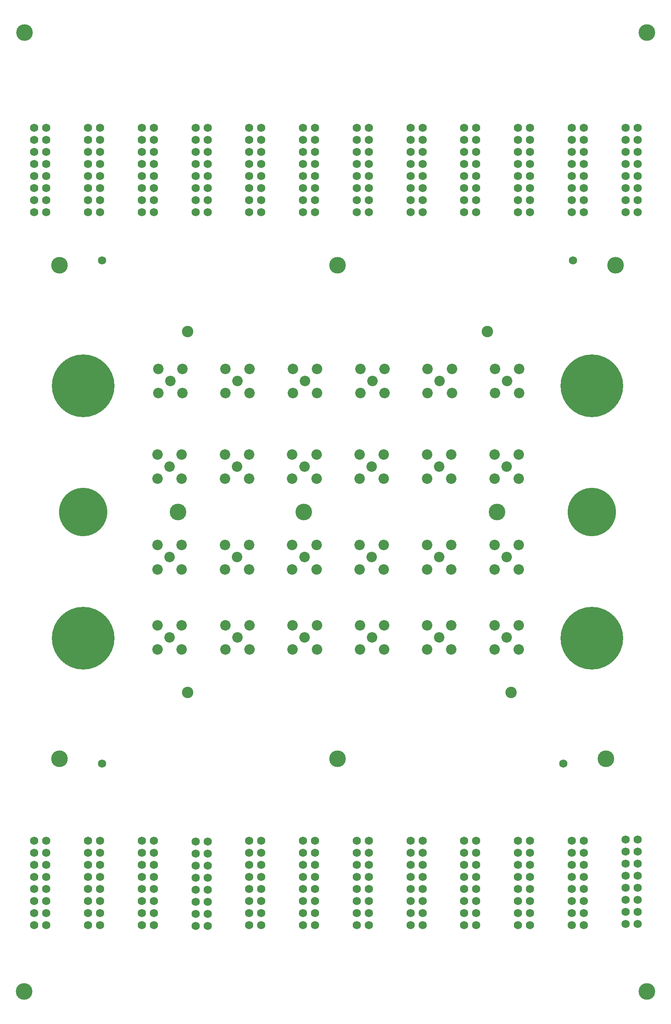
<source format=gbs>
G04*
G04 #@! TF.GenerationSoftware,Altium Limited,Altium Designer,23.7.1 (13)*
G04*
G04 Layer_Color=16711935*
%FSLAX44Y44*%
%MOMM*%
G71*
G04*
G04 #@! TF.SameCoordinates,18148A51-D3F6-497A-8191-E25F5C0AB562*
G04*
G04*
G04 #@! TF.FilePolarity,Negative*
G04*
G01*
G75*
%ADD14C,2.2032*%
%ADD15C,1.7272*%
%ADD16C,13.2032*%
%ADD17C,2.4032*%
%ADD18C,3.5032*%
%ADD19C,1.7532*%
%ADD20C,2.4032*%
%ADD21C,13.2049*%
%ADD22C,10.2032*%
%ADD23C,3.5032*%
D14*
X446188Y1160965D02*
D03*
Y1109965D02*
D03*
X497188D02*
D03*
Y1160965D02*
D03*
X471688Y1135465D02*
D03*
X1015402Y1340966D02*
D03*
Y1289966D02*
D03*
X1066402D02*
D03*
Y1340966D02*
D03*
X1040902Y1315466D02*
D03*
X923146Y919042D02*
D03*
Y970041D02*
D03*
X872146D02*
D03*
Y919042D02*
D03*
X897646Y944541D02*
D03*
X589444Y1340966D02*
D03*
Y1289966D02*
D03*
X640444D02*
D03*
Y1340966D02*
D03*
X614944Y1315466D02*
D03*
X497188Y919042D02*
D03*
Y970041D02*
D03*
X446188D02*
D03*
Y919042D02*
D03*
X471688Y944541D02*
D03*
X1014132Y1160965D02*
D03*
Y1109965D02*
D03*
X1065132D02*
D03*
Y1160965D02*
D03*
X1039632Y1135465D02*
D03*
X923400Y749962D02*
D03*
Y800962D02*
D03*
X872400D02*
D03*
Y749962D02*
D03*
X897900Y775462D02*
D03*
X588174Y1160965D02*
D03*
Y1109965D02*
D03*
X639174D02*
D03*
Y1160965D02*
D03*
X613674Y1135465D02*
D03*
X498204Y749962D02*
D03*
Y800962D02*
D03*
X447204D02*
D03*
Y749962D02*
D03*
X472704Y775462D02*
D03*
X1065132Y919042D02*
D03*
Y970041D02*
D03*
X1014132D02*
D03*
Y919042D02*
D03*
X1039632Y944541D02*
D03*
X781668Y749962D02*
D03*
Y800962D02*
D03*
X730668D02*
D03*
Y749962D02*
D03*
X756168Y775462D02*
D03*
X639174Y919042D02*
D03*
Y970041D02*
D03*
X588174D02*
D03*
Y919042D02*
D03*
X613674Y944541D02*
D03*
X305472Y1340966D02*
D03*
Y1289966D02*
D03*
X356472D02*
D03*
Y1340966D02*
D03*
X330972Y1315466D02*
D03*
X1065132Y749962D02*
D03*
Y800962D02*
D03*
X1014132D02*
D03*
Y749962D02*
D03*
X1039632Y775462D02*
D03*
X639936Y749962D02*
D03*
Y800962D02*
D03*
X588936D02*
D03*
Y749962D02*
D03*
X614436Y775462D02*
D03*
X781160Y919042D02*
D03*
Y970041D02*
D03*
X730160D02*
D03*
Y919042D02*
D03*
X755660Y944541D02*
D03*
X304202Y1160965D02*
D03*
Y1109965D02*
D03*
X355202D02*
D03*
Y1160965D02*
D03*
X329702Y1135465D02*
D03*
X873416Y1340966D02*
D03*
Y1289966D02*
D03*
X924416D02*
D03*
Y1340966D02*
D03*
X898916Y1315466D02*
D03*
X447458Y1340966D02*
D03*
Y1289966D02*
D03*
X498458D02*
D03*
Y1340966D02*
D03*
X472958Y1315466D02*
D03*
X730160Y1160965D02*
D03*
Y1109965D02*
D03*
X781160D02*
D03*
Y1160965D02*
D03*
X755660Y1135465D02*
D03*
X355202Y919042D02*
D03*
Y970041D02*
D03*
X304202D02*
D03*
Y919042D02*
D03*
X329702Y944541D02*
D03*
X872146Y1160965D02*
D03*
Y1109965D02*
D03*
X923146D02*
D03*
Y1160965D02*
D03*
X897646Y1135465D02*
D03*
X731430Y1340966D02*
D03*
Y1289966D02*
D03*
X782430D02*
D03*
Y1340966D02*
D03*
X756930Y1315466D02*
D03*
X355202Y749962D02*
D03*
Y800962D02*
D03*
X304202D02*
D03*
Y749962D02*
D03*
X329702Y775462D02*
D03*
D15*
X183120Y1849117D02*
D03*
X157720D02*
D03*
X183120Y1823717D02*
D03*
X157720D02*
D03*
X183120Y1798318D02*
D03*
X157720D02*
D03*
X183120Y1772917D02*
D03*
X157720D02*
D03*
X183120Y1747518D02*
D03*
X157720D02*
D03*
X183120Y1722117D02*
D03*
X157720D02*
D03*
X183120Y1696718D02*
D03*
X157720D02*
D03*
X183120Y1671317D02*
D03*
X157720D02*
D03*
X1315720Y1849117D02*
D03*
X1290320D02*
D03*
X1315720Y1823717D02*
D03*
X1290320D02*
D03*
X1315720Y1798318D02*
D03*
X1290320D02*
D03*
X1315720Y1772917D02*
D03*
X1290320D02*
D03*
X1315720Y1747518D02*
D03*
X1290320D02*
D03*
X1315720Y1722117D02*
D03*
X1290320D02*
D03*
X1315720Y1696718D02*
D03*
X1290320D02*
D03*
X1315720Y1671317D02*
D03*
X1290320D02*
D03*
X1089200Y347215D02*
D03*
X1063800D02*
D03*
X1089200Y321815D02*
D03*
X1063800D02*
D03*
X1089200Y296416D02*
D03*
X1063800D02*
D03*
X1089200Y271015D02*
D03*
X1063800D02*
D03*
X1089200Y245616D02*
D03*
X1063800D02*
D03*
X1089200Y220215D02*
D03*
X1063800D02*
D03*
X1089200Y194816D02*
D03*
X1063800D02*
D03*
X1089200Y169415D02*
D03*
X1063800D02*
D03*
X636160Y1849117D02*
D03*
X610760D02*
D03*
X636160Y1823717D02*
D03*
X610760D02*
D03*
X636160Y1798318D02*
D03*
X610760D02*
D03*
X636160Y1772917D02*
D03*
X610760D02*
D03*
X636160Y1747518D02*
D03*
X610760D02*
D03*
X636160Y1722117D02*
D03*
X610760D02*
D03*
X636160Y1696718D02*
D03*
X610760D02*
D03*
X636160Y1671317D02*
D03*
X610760D02*
D03*
X409640Y345440D02*
D03*
X384240D02*
D03*
X409640Y320040D02*
D03*
X384240D02*
D03*
X409640Y294640D02*
D03*
X384240D02*
D03*
X409640Y269240D02*
D03*
X384240D02*
D03*
X409640Y243840D02*
D03*
X384240D02*
D03*
X409640Y218440D02*
D03*
X384240D02*
D03*
X409640Y193040D02*
D03*
X384240D02*
D03*
X409640Y167640D02*
D03*
X384240D02*
D03*
X1202460Y1849117D02*
D03*
X1177060D02*
D03*
X1202460Y1823717D02*
D03*
X1177060D02*
D03*
X1202460Y1798318D02*
D03*
X1177060D02*
D03*
X1202460Y1772917D02*
D03*
X1177060D02*
D03*
X1202460Y1747518D02*
D03*
X1177060D02*
D03*
X1202460Y1722117D02*
D03*
X1177060D02*
D03*
X1202460Y1696718D02*
D03*
X1177060D02*
D03*
X1202460Y1671317D02*
D03*
X1177060D02*
D03*
X975940Y347215D02*
D03*
X950540D02*
D03*
X975940Y321815D02*
D03*
X950540D02*
D03*
X975940Y296416D02*
D03*
X950540D02*
D03*
X975940Y271015D02*
D03*
X950540D02*
D03*
X975940Y245616D02*
D03*
X950540D02*
D03*
X975940Y220215D02*
D03*
X950540D02*
D03*
X975940Y194816D02*
D03*
X950540D02*
D03*
X975940Y169415D02*
D03*
X950540D02*
D03*
X522900Y1849117D02*
D03*
X497500D02*
D03*
X522900Y1823717D02*
D03*
X497500D02*
D03*
X522900Y1798318D02*
D03*
X497500D02*
D03*
X522900Y1772917D02*
D03*
X497500D02*
D03*
X522900Y1747518D02*
D03*
X497500D02*
D03*
X522900Y1722117D02*
D03*
X497500D02*
D03*
X522900Y1696718D02*
D03*
X497500D02*
D03*
X522900Y1671317D02*
D03*
X497500D02*
D03*
X296380Y346710D02*
D03*
X270980D02*
D03*
X296380Y321310D02*
D03*
X270980D02*
D03*
X296380Y295910D02*
D03*
X270980D02*
D03*
X296380Y270510D02*
D03*
X270980D02*
D03*
X296380Y245110D02*
D03*
X270980D02*
D03*
X296380Y219710D02*
D03*
X270980D02*
D03*
X296380Y194310D02*
D03*
X270980D02*
D03*
X296380Y168910D02*
D03*
X270980D02*
D03*
X1315720Y349250D02*
D03*
X1290320D02*
D03*
X1315720Y323850D02*
D03*
X1290320D02*
D03*
X1315720Y298450D02*
D03*
X1290320D02*
D03*
X1315720Y273050D02*
D03*
X1290320D02*
D03*
X1315720Y247650D02*
D03*
X1290320D02*
D03*
X1315720Y222250D02*
D03*
X1290320D02*
D03*
X1315720Y196850D02*
D03*
X1290320D02*
D03*
X1315720Y171450D02*
D03*
X1290320D02*
D03*
X749420Y347215D02*
D03*
X724020D02*
D03*
X749420Y321815D02*
D03*
X724020D02*
D03*
X749420Y296416D02*
D03*
X724020D02*
D03*
X749420Y271015D02*
D03*
X724020D02*
D03*
X749420Y245616D02*
D03*
X724020D02*
D03*
X749420Y220215D02*
D03*
X724020D02*
D03*
X749420Y194816D02*
D03*
X724020D02*
D03*
X749420Y169415D02*
D03*
X724020D02*
D03*
X636160Y347215D02*
D03*
X610760D02*
D03*
X636160Y321815D02*
D03*
X610760D02*
D03*
X636160Y296416D02*
D03*
X610760D02*
D03*
X636160Y271015D02*
D03*
X610760D02*
D03*
X636160Y245616D02*
D03*
X610760D02*
D03*
X636160Y220215D02*
D03*
X610760D02*
D03*
X636160Y194816D02*
D03*
X610760D02*
D03*
X636160Y169415D02*
D03*
X610760D02*
D03*
X69860Y1849117D02*
D03*
X44460D02*
D03*
X69860Y1823717D02*
D03*
X44460D02*
D03*
X69860Y1798318D02*
D03*
X44460D02*
D03*
X69860Y1772917D02*
D03*
X44460D02*
D03*
X69860Y1747518D02*
D03*
X44460D02*
D03*
X69860Y1722117D02*
D03*
X44460D02*
D03*
X69860Y1696718D02*
D03*
X44460D02*
D03*
X69860Y1671317D02*
D03*
X44460D02*
D03*
X1202460Y347215D02*
D03*
X1177060D02*
D03*
X1202460Y321815D02*
D03*
X1177060D02*
D03*
X1202460Y296416D02*
D03*
X1177060D02*
D03*
X1202460Y271015D02*
D03*
X1177060D02*
D03*
X1202460Y245616D02*
D03*
X1177060D02*
D03*
X1202460Y220215D02*
D03*
X1177060D02*
D03*
X1202460Y194816D02*
D03*
X1177060D02*
D03*
X1202460Y169415D02*
D03*
X1177060D02*
D03*
X522900Y347215D02*
D03*
X497500D02*
D03*
X522900Y321815D02*
D03*
X497500D02*
D03*
X522900Y296416D02*
D03*
X497500D02*
D03*
X522900Y271015D02*
D03*
X497500D02*
D03*
X522900Y245616D02*
D03*
X497500D02*
D03*
X522900Y220215D02*
D03*
X497500D02*
D03*
X522900Y194816D02*
D03*
X497500D02*
D03*
X522900Y169415D02*
D03*
X497500D02*
D03*
X862680Y347215D02*
D03*
X837280D02*
D03*
X862680Y321815D02*
D03*
X837280D02*
D03*
X862680Y296416D02*
D03*
X837280D02*
D03*
X862680Y271015D02*
D03*
X837280D02*
D03*
X862680Y245616D02*
D03*
X837280D02*
D03*
X862680Y220215D02*
D03*
X837280D02*
D03*
X862680Y194816D02*
D03*
X837280D02*
D03*
X862680Y169415D02*
D03*
X837280D02*
D03*
X296380Y1849117D02*
D03*
X270980D02*
D03*
X296380Y1823717D02*
D03*
X270980D02*
D03*
X296380Y1798318D02*
D03*
X270980D02*
D03*
X296380Y1772917D02*
D03*
X270980D02*
D03*
X296380Y1747518D02*
D03*
X270980D02*
D03*
X296380Y1722117D02*
D03*
X270980D02*
D03*
X296380Y1696718D02*
D03*
X270980D02*
D03*
X296380Y1671317D02*
D03*
X270980D02*
D03*
X1089200Y1849117D02*
D03*
X1063800D02*
D03*
X1089200Y1823717D02*
D03*
X1063800D02*
D03*
X1089200Y1798318D02*
D03*
X1063800D02*
D03*
X1089200Y1772917D02*
D03*
X1063800D02*
D03*
X1089200Y1747518D02*
D03*
X1063800D02*
D03*
X1089200Y1722117D02*
D03*
X1063800D02*
D03*
X1089200Y1696718D02*
D03*
X1063800D02*
D03*
X1089200Y1671317D02*
D03*
X1063800D02*
D03*
X409640Y1849117D02*
D03*
X384240D02*
D03*
X409640Y1823717D02*
D03*
X384240D02*
D03*
X409640Y1798318D02*
D03*
X384240D02*
D03*
X409640Y1772917D02*
D03*
X384240D02*
D03*
X409640Y1747518D02*
D03*
X384240D02*
D03*
X409640Y1722117D02*
D03*
X384240D02*
D03*
X409640Y1696718D02*
D03*
X384240D02*
D03*
X409640Y1671317D02*
D03*
X384240D02*
D03*
X749420Y1849117D02*
D03*
X724020D02*
D03*
X749420Y1823717D02*
D03*
X724020D02*
D03*
X749420Y1798318D02*
D03*
X724020D02*
D03*
X749420Y1772917D02*
D03*
X724020D02*
D03*
X749420Y1747518D02*
D03*
X724020D02*
D03*
X749420Y1722117D02*
D03*
X724020D02*
D03*
X749420Y1696718D02*
D03*
X724020D02*
D03*
X749420Y1671317D02*
D03*
X724020D02*
D03*
X183120Y347215D02*
D03*
X157720D02*
D03*
X183120Y321815D02*
D03*
X157720D02*
D03*
X183120Y296416D02*
D03*
X157720D02*
D03*
X183120Y271015D02*
D03*
X157720D02*
D03*
X183120Y245616D02*
D03*
X157720D02*
D03*
X183120Y220215D02*
D03*
X157720D02*
D03*
X183120Y194816D02*
D03*
X157720D02*
D03*
X183120Y169415D02*
D03*
X157720D02*
D03*
X975940Y1849117D02*
D03*
X950540D02*
D03*
X975940Y1823717D02*
D03*
X950540D02*
D03*
X975940Y1798318D02*
D03*
X950540D02*
D03*
X975940Y1772917D02*
D03*
X950540D02*
D03*
X975940Y1747518D02*
D03*
X950540D02*
D03*
X975940Y1722117D02*
D03*
X950540D02*
D03*
X975940Y1696718D02*
D03*
X950540D02*
D03*
X975940Y1671317D02*
D03*
X950540D02*
D03*
X862680Y1849117D02*
D03*
X837280D02*
D03*
X862680Y1823717D02*
D03*
X837280D02*
D03*
X862680Y1798318D02*
D03*
X837280D02*
D03*
X862680Y1772917D02*
D03*
X837280D02*
D03*
X862680Y1747518D02*
D03*
X837280D02*
D03*
X862680Y1722117D02*
D03*
X837280D02*
D03*
X862680Y1696718D02*
D03*
X837280D02*
D03*
X862680Y1671317D02*
D03*
X837280D02*
D03*
X69860Y347215D02*
D03*
X44460D02*
D03*
X69860Y321815D02*
D03*
X44460D02*
D03*
X69860Y296416D02*
D03*
X44460D02*
D03*
X69860Y271015D02*
D03*
X44460D02*
D03*
X69860Y245616D02*
D03*
X44460D02*
D03*
X69860Y220215D02*
D03*
X44460D02*
D03*
X69860Y194816D02*
D03*
X44460D02*
D03*
X69860Y169415D02*
D03*
X44460D02*
D03*
D16*
X147478Y773525D02*
D03*
X1219281Y1305356D02*
D03*
X147478D02*
D03*
D17*
X1049379Y659442D02*
D03*
X367380D02*
D03*
Y1419440D02*
D03*
D18*
X1249281Y519442D02*
D03*
X683379D02*
D03*
X97478D02*
D03*
X612379Y1039441D02*
D03*
X1269280Y1559440D02*
D03*
X683379D02*
D03*
X1019281Y1039441D02*
D03*
X347478D02*
D03*
D19*
X1159281Y509442D02*
D03*
X187478D02*
D03*
X1179281Y1569440D02*
D03*
X187478D02*
D03*
D20*
X999379Y1419440D02*
D03*
D21*
X1219281Y773525D02*
D03*
D22*
X1219281Y1039441D02*
D03*
X147478D02*
D03*
D23*
X97478Y1559440D02*
D03*
X23500Y29941D02*
D03*
X1335364Y30000D02*
D03*
Y2050000D02*
D03*
X23674Y2049885D02*
D03*
M02*

</source>
